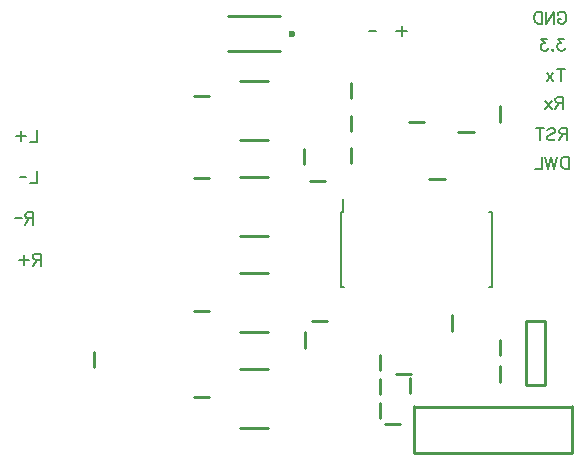
<source format=gbr>
G04 DipTrace 3.3.1.3*
G04 BottomSilk.gbr*
%MOIN*%
G04 #@! TF.FileFunction,Legend,Bot*
G04 #@! TF.Part,Single*
%ADD10C,0.009843*%
%ADD36C,0.023631*%
%ADD66C,0.005906*%
%ADD167C,0.006176*%
%FSLAX26Y26*%
G04*
G70*
G90*
G75*
G01*
G04 BotSilk*
%LPD*%
X1717681Y1502262D2*
D10*
X1768823D1*
X1524727Y1415650D2*
Y1364508D1*
X1621748Y673475D2*
Y724617D1*
X1524727Y1521949D2*
Y1470807D1*
Y1632185D2*
Y1581043D1*
X1621748Y593150D2*
Y644291D1*
X1621543Y512824D2*
Y563966D1*
X2020832Y722776D2*
Y773917D1*
X1934177Y1466871D2*
X1883035D1*
X2021343Y634795D2*
Y685937D1*
X1721577Y647933D2*
Y596791D1*
X1787025Y1311449D2*
X1838167D1*
X2020832Y1502303D2*
Y1553445D1*
X1863615Y856814D2*
Y805672D1*
X1439058Y1302722D2*
X1387916D1*
X1674374Y659743D2*
X1725516D1*
X1638941Y494388D2*
X1690083D1*
X1367247Y1411713D2*
Y1360571D1*
X1394167Y838917D2*
X1445308D1*
X1370504Y799382D2*
Y748240D1*
X1001146Y869388D2*
X1052287D1*
X1001146Y584940D2*
X1052287D1*
Y1588919D2*
X1001146D1*
X1052287Y1313328D2*
X1001146D1*
X670438Y683406D2*
Y734547D1*
X1288526Y1852679D2*
X1115311D1*
X1288526Y1738505D2*
X1115311D1*
D36*
X1327896Y1795586D3*
X1734696Y552242D2*
D10*
X2260942D1*
X1735405Y398192D2*
Y552488D1*
X1734696Y395984D2*
X2260942D1*
Y398192D2*
Y552488D1*
X1247179Y997594D2*
X1156648D1*
X1247179Y800742D2*
X1156648D1*
X1247179Y677481D2*
X1156648D1*
X1247179Y480629D2*
X1156648D1*
X1247179Y1637821D2*
X1156648D1*
X1247179Y1440969D2*
X1156648D1*
X1247179Y1317708D2*
X1156648D1*
X1247179Y1120856D2*
X1156648D1*
X2172386Y624528D2*
Y837028D1*
X2109888Y624528D2*
X2172386D1*
X2109888D2*
Y837028D1*
X2172386D1*
X1493540Y1201228D2*
D66*
X1500399D1*
X1493540Y951213D2*
X1503648D1*
X1995466D2*
X1985357D1*
X1995466Y1201228D2*
X1985357D1*
X1493540D2*
Y951213D1*
X1995466Y1201228D2*
Y951213D1*
X1500399Y1201228D2*
Y1243535D1*
X2214551Y1858932D2*
D167*
X2216452Y1862735D1*
X2220299Y1866582D1*
X2224101Y1868483D1*
X2231750D1*
X2235597Y1866582D1*
X2239400Y1862735D1*
X2241345Y1858932D1*
X2243247Y1853184D1*
Y1843590D1*
X2241345Y1837886D1*
X2239400Y1834039D1*
X2235597Y1830236D1*
X2231750Y1828291D1*
X2224101D1*
X2220299Y1830236D1*
X2216452Y1834039D1*
X2214551Y1837886D1*
Y1843590D1*
X2224101D1*
X2175405Y1868483D2*
Y1828291D1*
X2202199Y1868483D1*
Y1828291D1*
X2163053Y1868483D2*
Y1828291D1*
X2149656D1*
X2143908Y1830236D1*
X2140061Y1834039D1*
X2138160Y1837886D1*
X2136258Y1843590D1*
Y1853184D1*
X2138160Y1858932D1*
X2140061Y1862735D1*
X2143908Y1866582D1*
X2149656Y1868483D1*
X2163053D1*
X2246198Y1460713D2*
X2228998D1*
X2223250Y1462658D1*
X2221305Y1464560D1*
X2219404Y1468362D1*
Y1472209D1*
X2221305Y1476011D1*
X2223250Y1477957D1*
X2228998Y1479858D1*
X2246198D1*
Y1439666D1*
X2232801Y1460713D2*
X2219404Y1439666D1*
X2180258Y1474110D2*
X2184060Y1477957D1*
X2189808Y1479858D1*
X2197457D1*
X2203205Y1477957D1*
X2207052Y1474110D1*
Y1470308D1*
X2205107Y1466461D1*
X2203205Y1464560D1*
X2199403Y1462658D1*
X2187907Y1458812D1*
X2184060Y1456910D1*
X2182159Y1454965D1*
X2180258Y1451162D1*
Y1445414D1*
X2184060Y1441612D1*
X2189808Y1439666D1*
X2197457D1*
X2203205Y1441612D1*
X2207052Y1445414D1*
X2154509Y1479858D2*
Y1439666D1*
X2167906Y1479858D2*
X2141111D1*
X2235463Y1778872D2*
X2214460D1*
X2225912Y1763573D1*
X2220164D1*
X2216362Y1761672D1*
X2214460Y1759771D1*
X2212515Y1754023D1*
Y1750220D1*
X2214460Y1744472D1*
X2218263Y1740625D1*
X2224011Y1738724D1*
X2229759D1*
X2235463Y1740625D1*
X2237364Y1742571D1*
X2239309Y1746373D1*
X2198262Y1742571D2*
X2200163Y1740625D1*
X2198262Y1738724D1*
X2196317Y1740625D1*
X2198262Y1742571D1*
X2180118Y1778872D2*
X2159116D1*
X2170568Y1763573D1*
X2164820D1*
X2161017Y1761672D1*
X2159116Y1759771D1*
X2157171Y1754023D1*
Y1750220D1*
X2159116Y1744472D1*
X2162919Y1740625D1*
X2168667Y1738724D1*
X2174415D1*
X2180118Y1740625D1*
X2182020Y1742571D1*
X2183965Y1746373D1*
X2251121Y1385215D2*
Y1345023D1*
X2237723D1*
X2231975Y1346969D1*
X2228128Y1350771D1*
X2226227Y1354618D1*
X2224326Y1360322D1*
Y1369917D1*
X2226227Y1375665D1*
X2228128Y1379467D1*
X2231975Y1383314D1*
X2237723Y1385215D1*
X2251121D1*
X2211974D2*
X2202380Y1345023D1*
X2192829Y1385215D1*
X2183279Y1345023D1*
X2173684Y1385215D1*
X2161332D2*
Y1345023D1*
X2138384D1*
X2224928Y1678522D2*
Y1638330D1*
X2238325Y1678522D2*
X2211531D1*
X2199179Y1665125D2*
X2178132Y1638330D1*
Y1665125D2*
X2199179Y1638330D1*
X2233404Y1564889D2*
X2216204D1*
X2210456Y1566834D1*
X2208511Y1568735D1*
X2206609Y1572538D1*
Y1576385D1*
X2208511Y1580187D1*
X2210456Y1582133D1*
X2216204Y1584034D1*
X2233404D1*
Y1543842D1*
X2220007Y1564889D2*
X2206609Y1543842D1*
X2194258Y1570637D2*
X2173211Y1543842D1*
Y1570637D2*
X2194258Y1543842D1*
X478792Y1474782D2*
Y1434590D1*
X455844D1*
X426293Y1471886D2*
Y1437442D1*
X443492Y1454642D2*
X409048D1*
X478792Y1337142D2*
Y1296950D1*
X455844D1*
X443492Y1317024D2*
X421384D1*
X466456Y1180046D2*
X449256D1*
X443508Y1181992D1*
X441563Y1183893D1*
X439661Y1187696D1*
Y1191542D1*
X441563Y1195345D1*
X443508Y1197290D1*
X449256Y1199192D1*
X466456D1*
Y1159000D1*
X453059Y1180046D2*
X439661Y1159000D1*
X427310Y1179073D2*
X405202D1*
X491128Y1042251D2*
X473928D1*
X468180Y1044196D1*
X466235Y1046098D1*
X464333Y1049900D1*
Y1053747D1*
X466235Y1057550D1*
X468180Y1059495D1*
X473928Y1061396D1*
X491128D1*
Y1021204D1*
X477731Y1042251D2*
X464333Y1021204D1*
X434782Y1058500D2*
Y1024056D1*
X451982Y1041256D2*
X417538D1*
X1694009Y1822280D2*
Y1787836D1*
X1711209Y1805036D2*
X1676765D1*
X1608322Y1805058D2*
X1586214D1*
M02*

</source>
